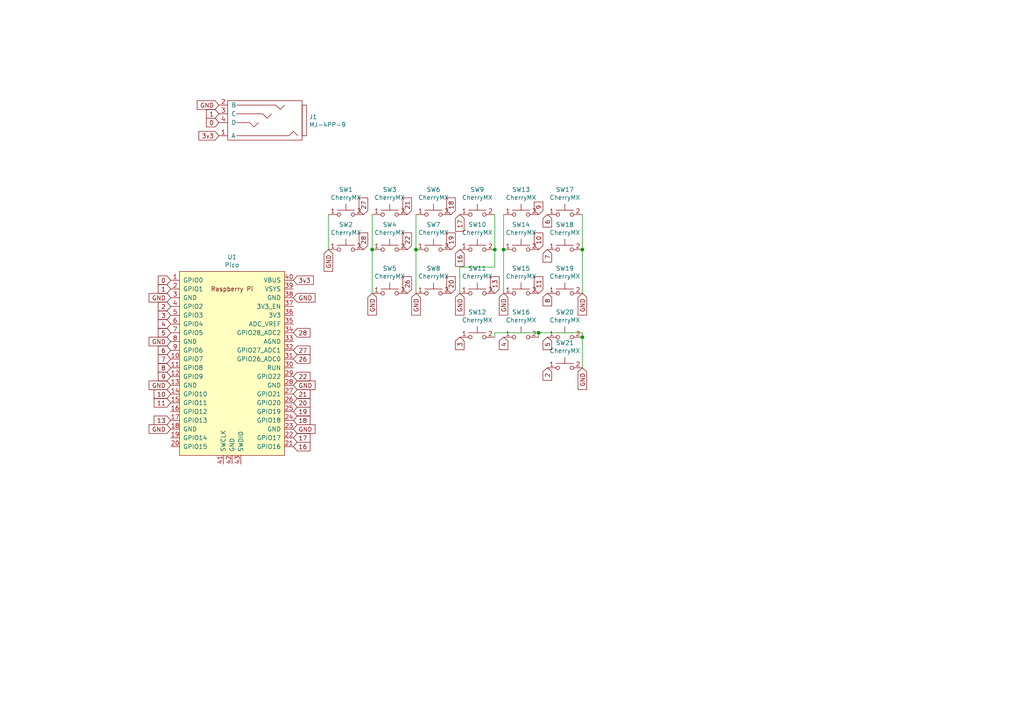
<source format=kicad_sch>
(kicad_sch (version 20230121) (generator eeschema)
  (paper "A4")
  (lib_symbols
    (symbol "Keeb-rescue:CherryMX-CherryMX" (pin_names (offset 0.254))
      (property "Reference" "SW" (at 2.54 3.175 0))
      (property "Value" "CherryMX_CherryMX" (at 0 -1.905 0))
      (symbol "CherryMX-CherryMX_1_1"
        (circle (center -2.032 0) (radius 0.508))
        (polyline (pts (xy 0 1.27) (xy 0 3.048)))
        (polyline (pts (xy 2.54 1.27) (xy -2.54 1.27)))
        (circle (center 2.032 0) (radius 0.508))
        (pin passive line (at -5.08 0 0) (length 2.54) (name "~") (number "1"))
        (pin passive line (at 5.08 0 180) (length 2.54) (name "~") (number "2"))
      )
    )
    (symbol "Keeb-rescue:MJ-4PP-9-MJ-4PP-9" (pin_names (offset 1.016))
      (property "Reference" "J" (at 0 7.62 0))
      (property "Value" "MJ-4PP-9_MJ-4PP-9" (at 0 -8.89 0))
      (symbol "MJ-4PP-9-MJ-4PP-9_0_1"
        (rectangle (start -10.16 3.81) (end -11.43 -5.08))
        (polyline (pts (xy 8.89 -5.08) (xy -2.54 -5.08) (xy -3.81 -3.81) (xy -5.08 -5.08)))
        (polyline (pts (xy 8.89 -2.54) (xy 1.27 -2.54) (xy 0 -1.27) (xy -1.27 -2.54)))
        (polyline (pts (xy 8.89 0) (xy 5.08 0) (xy 3.81 1.27) (xy 2.54 0)))
        (polyline (pts (xy 8.89 3.81) (xy -6.35 3.81) (xy -7.62 2.54) (xy -8.89 3.81)))
        (rectangle (start 11.43 5.08) (end -10.16 -6.35))
      )
      (symbol "MJ-4PP-9-MJ-4PP-9_1_1"
        (pin input line (at 13.97 3.81 180) (length 2.54) (name "A") (number "1"))
        (pin input line (at 13.97 -5.08 180) (length 2.54) (name "B") (number "2"))
        (pin input line (at 13.97 -2.54 180) (length 2.54) (name "C") (number "3"))
        (pin input line (at 13.97 0 180) (length 2.54) (name "D") (number "4"))
      )
    )
    (symbol "Keeb-rescue:Pico-MCU_RaspberryPi_and_Boards" (pin_names (offset 1.016))
      (property "Reference" "U" (at -13.97 27.94 0))
      (property "Value" "MCU_RaspberryPi_and_Boards_Pico" (at 0 19.05 0))
      (symbol "Pico-MCU_RaspberryPi_and_Boards_0_0"
        (text "Raspberry Pi" (at 0 21.59 0) (effects (font (size 1.27 1.27))))
      )
      (symbol "Pico-MCU_RaspberryPi_and_Boards_0_1"
        (rectangle (start -15.24 26.67) (end 15.24 -26.67) (fill (type background)))
      )
      (symbol "Pico-MCU_RaspberryPi_and_Boards_1_1"
        (pin bidirectional line (at -17.78 24.13 0) (length 2.54) (name "GPIO0") (number "1"))
        (pin bidirectional line (at -17.78 1.27 0) (length 2.54) (name "GPIO7") (number "10"))
        (pin bidirectional line (at -17.78 -1.27 0) (length 2.54) (name "GPIO8") (number "11"))
        (pin bidirectional line (at -17.78 -3.81 0) (length 2.54) (name "GPIO9") (number "12"))
        (pin power_in line (at -17.78 -6.35 0) (length 2.54) (name "GND") (number "13"))
        (pin bidirectional line (at -17.78 -8.89 0) (length 2.54) (name "GPIO10") (number "14"))
        (pin bidirectional line (at -17.78 -11.43 0) (length 2.54) (name "GPIO11") (number "15"))
        (pin bidirectional line (at -17.78 -13.97 0) (length 2.54) (name "GPIO12") (number "16"))
        (pin bidirectional line (at -17.78 -16.51 0) (length 2.54) (name "GPIO13") (number "17"))
        (pin power_in line (at -17.78 -19.05 0) (length 2.54) (name "GND") (number "18"))
        (pin bidirectional line (at -17.78 -21.59 0) (length 2.54) (name "GPIO14") (number "19"))
        (pin bidirectional line (at -17.78 21.59 0) (length 2.54) (name "GPIO1") (number "2"))
        (pin bidirectional line (at -17.78 -24.13 0) (length 2.54) (name "GPIO15") (number "20"))
        (pin bidirectional line (at 17.78 -24.13 180) (length 2.54) (name "GPIO16") (number "21"))
        (pin bidirectional line (at 17.78 -21.59 180) (length 2.54) (name "GPIO17") (number "22"))
        (pin power_in line (at 17.78 -19.05 180) (length 2.54) (name "GND") (number "23"))
        (pin bidirectional line (at 17.78 -16.51 180) (length 2.54) (name "GPIO18") (number "24"))
        (pin bidirectional line (at 17.78 -13.97 180) (length 2.54) (name "GPIO19") (number "25"))
        (pin bidirectional line (at 17.78 -11.43 180) (length 2.54) (name "GPIO20") (number "26"))
        (pin bidirectional line (at 17.78 -8.89 180) (length 2.54) (name "GPIO21") (number "27"))
        (pin power_in line (at 17.78 -6.35 180) (length 2.54) (name "GND") (number "28"))
        (pin bidirectional line (at 17.78 -3.81 180) (length 2.54) (name "GPIO22") (number "29"))
        (pin power_in line (at -17.78 19.05 0) (length 2.54) (name "GND") (number "3"))
        (pin input line (at 17.78 -1.27 180) (length 2.54) (name "RUN") (number "30"))
        (pin bidirectional line (at 17.78 1.27 180) (length 2.54) (name "GPIO26_ADC0") (number "31"))
        (pin bidirectional line (at 17.78 3.81 180) (length 2.54) (name "GPIO27_ADC1") (number "32"))
        (pin power_in line (at 17.78 6.35 180) (length 2.54) (name "AGND") (number "33"))
        (pin bidirectional line (at 17.78 8.89 180) (length 2.54) (name "GPIO28_ADC2") (number "34"))
        (pin unspecified line (at 17.78 11.43 180) (length 2.54) (name "ADC_VREF") (number "35"))
        (pin unspecified line (at 17.78 13.97 180) (length 2.54) (name "3V3") (number "36"))
        (pin input line (at 17.78 16.51 180) (length 2.54) (name "3V3_EN") (number "37"))
        (pin bidirectional line (at 17.78 19.05 180) (length 2.54) (name "GND") (number "38"))
        (pin unspecified line (at 17.78 21.59 180) (length 2.54) (name "VSYS") (number "39"))
        (pin bidirectional line (at -17.78 16.51 0) (length 2.54) (name "GPIO2") (number "4"))
        (pin unspecified line (at 17.78 24.13 180) (length 2.54) (name "VBUS") (number "40"))
        (pin input line (at -2.54 -29.21 90) (length 2.54) (name "SWCLK") (number "41"))
        (pin power_in line (at 0 -29.21 90) (length 2.54) (name "GND") (number "42"))
        (pin bidirectional line (at 2.54 -29.21 90) (length 2.54) (name "SWDIO") (number "43"))
        (pin bidirectional line (at -17.78 13.97 0) (length 2.54) (name "GPIO3") (number "5"))
        (pin bidirectional line (at -17.78 11.43 0) (length 2.54) (name "GPIO4") (number "6"))
        (pin bidirectional line (at -17.78 8.89 0) (length 2.54) (name "GPIO5") (number "7"))
        (pin power_in line (at -17.78 6.35 0) (length 2.54) (name "GND") (number "8"))
        (pin bidirectional line (at -17.78 3.81 0) (length 2.54) (name "GPIO6") (number "9"))
      )
    )
  )
  (junction (at 146.05 72.39))
  (junction (at 156.21 96.52))
  (junction (at 143.51 72.39))
  (junction (at 168.91 72.39))
  (junction (at 168.91 97.79))
  (junction (at 107.95 72.39))
  (junction (at 120.65 72.39))
  (wire (pts (xy 146.05 62.23) (xy 146.05 72.39)))
  (wire (pts (xy 156.21 96.52) (xy 168.91 96.52)))
  (wire (pts (xy 95.25 62.23) (xy 95.25 72.39)))
  (wire (pts (xy 143.51 62.23) (xy 143.51 72.39)))
  (wire (pts (xy 168.91 62.23) (xy 168.91 72.39)))
  (wire (pts (xy 133.35 77.47) (xy 133.35 85.09)))
  (wire (pts (xy 156.21 97.79) (xy 156.21 96.52)))
  (wire (pts (xy 143.51 77.47) (xy 133.35 77.47)))
  (wire (pts (xy 120.65 72.39) (xy 120.65 85.09)))
  (wire (pts (xy 156.21 96.52) (xy 143.51 96.52)))
  (wire (pts (xy 107.95 62.23) (xy 107.95 72.39)))
  (wire (pts (xy 107.95 72.39) (xy 107.95 85.09)))
  (wire (pts (xy 120.65 62.23) (xy 120.65 72.39)))
  (wire (pts (xy 146.05 72.39) (xy 146.05 85.09)))
  (wire (pts (xy 168.91 96.52) (xy 168.91 97.79)))
  (wire (pts (xy 143.51 96.52) (xy 143.51 97.79)))
  (wire (pts (xy 143.51 72.39) (xy 143.51 77.47)))
  (wire (pts (xy 168.91 97.79) (xy 168.91 106.68)))
  (wire (pts (xy 168.91 72.39) (xy 168.91 85.09)))
  (global_label "5" (shape input) (at 49.53 96.52 180) (property "Intersheetrefs" "${INTERSHEET_REFS}" (effects hide)))
  (global_label "26" (shape input) (at 118.11 85.09 90) (property "Intersheetrefs" "${INTERSHEET_REFS}" (effects hide)))
  (global_label "20" (shape input) (at 130.81 85.09 90) (property "Intersheetrefs" "${INTERSHEET_REFS}" (effects hide)))
  (global_label "GND" (shape input) (at 120.65 85.09 270) (property "Intersheetrefs" "${INTERSHEET_REFS}" (effects hide)))
  (global_label "GND" (shape input) (at 49.53 124.46 180) (property "Intersheetrefs" "${INTERSHEET_REFS}" (effects hide)))
  (global_label "11" (shape input) (at 49.53 116.84 180) (property "Intersheetrefs" "${INTERSHEET_REFS}" (effects hide)))
  (global_label "3" (shape input) (at 49.53 91.44 180) (property "Intersheetrefs" "${INTERSHEET_REFS}" (effects hide)))
  (global_label "GND" (shape input) (at 146.05 85.09 270) (property "Intersheetrefs" "${INTERSHEET_REFS}" (effects hide)))
  (global_label "10" (shape input) (at 156.21 72.39 90) (property "Intersheetrefs" "${INTERSHEET_REFS}" (effects hide)))
  (global_label "22" (shape input) (at 85.09 109.22 0) (property "Intersheetrefs" "${INTERSHEET_REFS}" (effects hide)))
  (global_label "GND" (shape input) (at 63.5 30.48 180) (property "Intersheetrefs" "${INTERSHEET_REFS}" (effects hide)))
  (global_label "3v3" (shape input) (at 63.5 39.37 180) (property "Intersheetrefs" "${INTERSHEET_REFS}" (effects hide)))
  (global_label "13" (shape input) (at 49.53 121.92 180) (property "Intersheetrefs" "${INTERSHEET_REFS}" (effects hide)))
  (global_label "GND" (shape input) (at 168.91 85.09 270) (property "Intersheetrefs" "${INTERSHEET_REFS}" (effects hide)))
  (global_label "0" (shape input) (at 63.5 35.56 180) (property "Intersheetrefs" "${INTERSHEET_REFS}" (effects hide)))
  (global_label "9" (shape input) (at 156.21 62.23 90) (property "Intersheetrefs" "${INTERSHEET_REFS}" (effects hide)))
  (global_label "17" (shape input) (at 133.35 62.23 270) (property "Intersheetrefs" "${INTERSHEET_REFS}" (effects hide)))
  (global_label "16" (shape input) (at 133.35 72.39 270) (property "Intersheetrefs" "${INTERSHEET_REFS}" (effects hide)))
  (global_label "27" (shape input) (at 85.09 101.6 0) (property "Intersheetrefs" "${INTERSHEET_REFS}" (effects hide)))
  (global_label "18" (shape input) (at 130.81 62.23 90) (property "Intersheetrefs" "${INTERSHEET_REFS}" (effects hide)))
  (global_label "11" (shape input) (at 156.21 85.09 90) (property "Intersheetrefs" "${INTERSHEET_REFS}" (effects hide)))
  (global_label "27" (shape input) (at 105.41 62.23 90) (property "Intersheetrefs" "${INTERSHEET_REFS}" (effects hide)))
  (global_label "28" (shape input) (at 85.09 96.52 0) (property "Intersheetrefs" "${INTERSHEET_REFS}" (effects hide)))
  (global_label "4" (shape input) (at 146.05 97.79 270) (property "Intersheetrefs" "${INTERSHEET_REFS}" (effects hide)))
  (global_label "GND" (shape input) (at 168.91 106.68 270) (property "Intersheetrefs" "${INTERSHEET_REFS}" (effects hide)))
  (global_label "GND" (shape input) (at 49.53 111.76 180) (property "Intersheetrefs" "${INTERSHEET_REFS}" (effects hide)))
  (global_label "28" (shape input) (at 105.41 72.39 90) (property "Intersheetrefs" "${INTERSHEET_REFS}" (effects hide)))
  (global_label "17" (shape input) (at 85.09 127 0) (property "Intersheetrefs" "${INTERSHEET_REFS}" (effects hide)))
  (global_label "18" (shape input) (at 85.09 121.92 0) (property "Intersheetrefs" "${INTERSHEET_REFS}" (effects hide)))
  (global_label "4" (shape input) (at 49.53 93.98 180) (property "Intersheetrefs" "${INTERSHEET_REFS}" (effects hide)))
  (global_label "GND" (shape input) (at 49.53 86.36 180) (property "Intersheetrefs" "${INTERSHEET_REFS}" (effects hide)))
  (global_label "20" (shape input) (at 85.09 116.84 0) (property "Intersheetrefs" "${INTERSHEET_REFS}" (effects hide)))
  (global_label "GND" (shape input) (at 107.95 85.09 270) (property "Intersheetrefs" "${INTERSHEET_REFS}" (effects hide)))
  (global_label "GND" (shape input) (at 85.09 111.76 0) (property "Intersheetrefs" "${INTERSHEET_REFS}" (effects hide)))
  (global_label "GND" (shape input) (at 133.35 85.09 270) (property "Intersheetrefs" "${INTERSHEET_REFS}" (effects hide)))
  (global_label "21" (shape input) (at 118.11 62.23 90) (property "Intersheetrefs" "${INTERSHEET_REFS}" (effects hide)))
  (global_label "9" (shape input) (at 49.53 109.22 180) (property "Intersheetrefs" "${INTERSHEET_REFS}" (effects hide)))
  (global_label "GND" (shape input) (at 49.53 99.06 180) (property "Intersheetrefs" "${INTERSHEET_REFS}" (effects hide)))
  (global_label "2" (shape input) (at 49.53 88.9 180) (property "Intersheetrefs" "${INTERSHEET_REFS}" (effects hide)))
  (global_label "19" (shape input) (at 130.81 72.39 90) (property "Intersheetrefs" "${INTERSHEET_REFS}" (effects hide)))
  (global_label "1" (shape input) (at 63.5 33.02 180) (property "Intersheetrefs" "${INTERSHEET_REFS}" (effects hide)))
  (global_label "8" (shape input) (at 158.75 85.09 270) (property "Intersheetrefs" "${INTERSHEET_REFS}" (effects hide)))
  (global_label "0" (shape input) (at 49.53 81.28 180) (property "Intersheetrefs" "${INTERSHEET_REFS}" (effects hide)))
  (global_label "7" (shape input) (at 158.75 72.39 270) (property "Intersheetrefs" "${INTERSHEET_REFS}" (effects hide)))
  (global_label "6" (shape input) (at 158.75 62.23 270) (property "Intersheetrefs" "${INTERSHEET_REFS}" (effects hide)))
  (global_label "7" (shape input) (at 49.53 104.14 180) (property "Intersheetrefs" "${INTERSHEET_REFS}" (effects hide)))
  (global_label "GND" (shape input) (at 95.25 72.39 270) (property "Intersheetrefs" "${INTERSHEET_REFS}" (effects hide)))
  (global_label "19" (shape input) (at 85.09 119.38 0) (property "Intersheetrefs" "${INTERSHEET_REFS}" (effects hide)))
  (global_label "22" (shape input) (at 118.11 72.39 90) (property "Intersheetrefs" "${INTERSHEET_REFS}" (effects hide)))
  (global_label "21" (shape input) (at 85.09 114.3 0) (property "Intersheetrefs" "${INTERSHEET_REFS}" (effects hide)))
  (global_label "3v3" (shape input) (at 85.09 81.28 0) (property "Intersheetrefs" "${INTERSHEET_REFS}" (effects hide)))
  (global_label "16" (shape input) (at 85.09 129.54 0) (property "Intersheetrefs" "${INTERSHEET_REFS}" (effects hide)))
  (global_label "26" (shape input) (at 85.09 104.14 0) (property "Intersheetrefs" "${INTERSHEET_REFS}" (effects hide)))
  (global_label "GND" (shape input) (at 85.09 86.36 0) (property "Intersheetrefs" "${INTERSHEET_REFS}" (effects hide)))
  (global_label "2" (shape input) (at 158.75 106.68 270) (property "Intersheetrefs" "${INTERSHEET_REFS}" (effects hide)))
  (global_label "6" (shape input) (at 49.53 101.6 180) (property "Intersheetrefs" "${INTERSHEET_REFS}" (effects hide)))
  (global_label "8" (shape input) (at 49.53 106.68 180) (property "Intersheetrefs" "${INTERSHEET_REFS}" (effects hide)))
  (global_label "10" (shape input) (at 49.53 114.3 180) (property "Intersheetrefs" "${INTERSHEET_REFS}" (effects hide)))
  (global_label "1" (shape input) (at 49.53 83.82 180) (property "Intersheetrefs" "${INTERSHEET_REFS}" (effects hide)))
  (global_label "GND" (shape input) (at 85.09 124.46 0) (property "Intersheetrefs" "${INTERSHEET_REFS}" (effects hide)))
  (global_label "3" (shape input) (at 133.35 97.79 270) (property "Intersheetrefs" "${INTERSHEET_REFS}" (effects hide)))
  (global_label "13" (shape input) (at 143.51 85.09 90) (property "Intersheetrefs" "${INTERSHEET_REFS}" (effects hide)))
  (global_label "5" (shape input) (at 158.75 97.79 270) (property "Intersheetrefs" "${INTERSHEET_REFS}" (effects hide)))
  (symbol (lib_id "Keeb-rescue:CherryMX-CherryMX") (at 100.33 62.23 0) (unit 1)
    (property "Reference" "SW1" (at 100.33 54.991 0))
    (property "Value" "CherryMX" (at 100.33 57.3024 0))
    (property "Footprint" "ScottoKeebs_MX:MX_PCB_1.00u" (effects hide))
  )
  (symbol (lib_id "Keeb-rescue:Pico-MCU_RaspberryPi_and_Boards") (at 67.31 105.41 0) (unit 1)
    (property "Reference" "U1" (at 67.31 74.549 0))
    (property "Value" "Pico" (at 67.31 76.8604 0))
    (property "Footprint" "MCU_RaspberryPi_and_Boards:RPi_Pico_SMD_TH" (effects hide))
  )
  (symbol (lib_id "Keeb-rescue:CherryMX-CherryMX") (at 113.03 62.23 0) (unit 1)
    (property "Reference" "SW3" (at 113.03 54.991 0))
    (property "Value" "CherryMX" (at 113.03 57.3024 0))
    (property "Footprint" "ScottoKeebs_MX:MX_PCB_1.00u" (effects hide))
  )
  (symbol (lib_id "Keeb-rescue:CherryMX-CherryMX") (at 125.73 62.23 0) (unit 1)
    (property "Reference" "SW6" (at 125.73 54.991 0))
    (property "Value" "CherryMX" (at 125.73 57.3024 0))
    (property "Footprint" "ScottoKeebs_MX:MX_PCB_1.00u" (effects hide))
  )
  (symbol (lib_id "Keeb-rescue:CherryMX-CherryMX") (at 138.43 62.23 0) (unit 1)
    (property "Reference" "SW9" (at 138.43 54.991 0))
    (property "Value" "CherryMX" (at 138.43 57.3024 0))
    (property "Footprint" "ScottoKeebs_MX:MX_PCB_1.00u" (effects hide))
  )
  (symbol (lib_id "Keeb-rescue:CherryMX-CherryMX") (at 151.13 62.23 0) (unit 1)
    (property "Reference" "SW13" (at 151.13 54.991 0))
    (property "Value" "CherryMX" (at 151.13 57.3024 0))
    (property "Footprint" "ScottoKeebs_MX:MX_PCB_1.00u" (effects hide))
  )
  (symbol (lib_id "Keeb-rescue:CherryMX-CherryMX") (at 163.83 62.23 0) (unit 1)
    (property "Reference" "SW17" (at 163.83 54.991 0))
    (property "Value" "CherryMX" (at 163.83 57.3024 0))
    (property "Footprint" "ScottoKeebs_MX:MX_PCB_1.00u" (effects hide))
  )
  (symbol (lib_id "Keeb-rescue:CherryMX-CherryMX") (at 100.33 72.39 0) (unit 1)
    (property "Reference" "SW2" (at 100.33 65.151 0))
    (property "Value" "CherryMX" (at 100.33 67.4624 0))
    (property "Footprint" "ScottoKeebs_MX:MX_PCB_1.00u" (effects hide))
  )
  (symbol (lib_id "Keeb-rescue:CherryMX-CherryMX") (at 113.03 72.39 0) (unit 1)
    (property "Reference" "SW4" (at 113.03 65.151 0))
    (property "Value" "CherryMX" (at 113.03 67.4624 0))
    (property "Footprint" "ScottoKeebs_MX:MX_PCB_1.00u" (effects hide))
  )
  (symbol (lib_id "Keeb-rescue:CherryMX-CherryMX") (at 125.73 72.39 0) (unit 1)
    (property "Reference" "SW7" (at 125.73 65.151 0))
    (property "Value" "CherryMX" (at 125.73 67.4624 0))
    (property "Footprint" "ScottoKeebs_MX:MX_PCB_1.00u" (effects hide))
  )
  (symbol (lib_id "Keeb-rescue:CherryMX-CherryMX") (at 138.43 72.39 0) (unit 1)
    (property "Reference" "SW10" (at 138.43 65.151 0))
    (property "Value" "CherryMX" (at 138.43 67.4624 0))
    (property "Footprint" "ScottoKeebs_MX:MX_PCB_1.00u" (effects hide))
  )
  (symbol (lib_id "Keeb-rescue:CherryMX-CherryMX") (at 151.13 72.39 0) (unit 1)
    (property "Reference" "SW14" (at 151.13 65.151 0))
    (property "Value" "CherryMX" (at 151.13 67.4624 0))
    (property "Footprint" "ScottoKeebs_MX:MX_PCB_1.00u" (effects hide))
  )
  (symbol (lib_id "Keeb-rescue:CherryMX-CherryMX") (at 163.83 72.39 0) (unit 1)
    (property "Reference" "SW18" (at 163.83 65.151 0))
    (property "Value" "CherryMX" (at 163.83 67.4624 0))
    (property "Footprint" "ScottoKeebs_MX:MX_PCB_1.00u" (effects hide))
  )
  (symbol (lib_id "Keeb-rescue:CherryMX-CherryMX") (at 113.03 85.09 0) (unit 1)
    (property "Reference" "SW5" (at 113.03 77.851 0))
    (property "Value" "CherryMX" (at 113.03 80.1624 0))
    (property "Footprint" "ScottoKeebs_MX:MX_PCB_1.00u" (effects hide))
  )
  (symbol (lib_id "Keeb-rescue:CherryMX-CherryMX") (at 125.73 85.09 0) (unit 1)
    (property "Reference" "SW8" (at 125.73 77.851 0))
    (property "Value" "CherryMX" (at 125.73 80.1624 0))
    (property "Footprint" "ScottoKeebs_MX:MX_PCB_1.00u" (effects hide))
  )
  (symbol (lib_id "Keeb-rescue:CherryMX-CherryMX") (at 138.43 85.09 0) (unit 1)
    (property "Reference" "SW11" (at 138.43 77.851 0))
    (property "Value" "CherryMX" (at 138.43 80.1624 0))
    (property "Footprint" "ScottoKeebs_MX:MX_PCB_1.00u" (effects hide))
  )
  (symbol (lib_id "Keeb-rescue:CherryMX-CherryMX") (at 151.13 85.09 0) (unit 1)
    (property "Reference" "SW15" (at 151.13 77.851 0))
    (property "Value" "CherryMX" (at 151.13 80.1624 0))
    (property "Footprint" "ScottoKeebs_MX:MX_PCB_1.00u" (effects hide))
  )
  (symbol (lib_id "Keeb-rescue:CherryMX-CherryMX") (at 163.83 85.09 0) (unit 1)
    (property "Reference" "SW19" (at 163.83 77.851 0))
    (property "Value" "CherryMX" (at 163.83 80.1624 0))
    (property "Footprint" "ScottoKeebs_MX:MX_PCB_1.00u" (effects hide))
  )
  (symbol (lib_id "Keeb-rescue:CherryMX-CherryMX") (at 163.83 106.68 0) (unit 1)
    (property "Reference" "SW21" (at 163.83 99.441 0))
    (property "Value" "CherryMX" (at 163.83 101.7524 0))
    (property "Footprint" "ScottoKeebs_MX:MX_PCB_1.00u" (effects hide))
  )
  (symbol (lib_id "Keeb-rescue:CherryMX-CherryMX") (at 138.43 97.79 0) (unit 1)
    (property "Reference" "SW12" (at 138.43 90.551 0))
    (property "Value" "CherryMX" (at 138.43 92.8624 0))
    (property "Footprint" "ScottoKeebs_MX:MX_PCB_1.00u" (effects hide))
  )
  (symbol (lib_id "Keeb-rescue:CherryMX-CherryMX") (at 151.13 97.79 0) (unit 1)
    (property "Reference" "SW16" (at 151.13 90.551 0))
    (property "Value" "CherryMX" (at 151.13 92.8624 0))
    (property "Footprint" "ScottoKeebs_MX:MX_PCB_1.00u" (effects hide))
  )
  (symbol (lib_id "Keeb-rescue:CherryMX-CherryMX") (at 163.83 97.79 0) (unit 1)
    (property "Reference" "SW20" (at 163.83 90.551 0))
    (property "Value" "CherryMX" (at 163.83 92.8624 0))
    (property "Footprint" "ScottoKeebs_MX:MX_PCB_1.00u" (effects hide))
  )
  (symbol (lib_id "Keeb-rescue:MJ-4PP-9-MJ-4PP-9") (at 77.47 35.56 180) (unit 1)
    (property "Reference" "J1" (at 89.6112 33.8836 0) (effects (justify right)))
    (property "Value" "MJ-4PP-9" (at 89.6112 36.195 0) (effects (justify right)))
    (property "Footprint" "MJ-4PP-9:MJ-4PP-9" (effects hide))
  )
)
</source>
